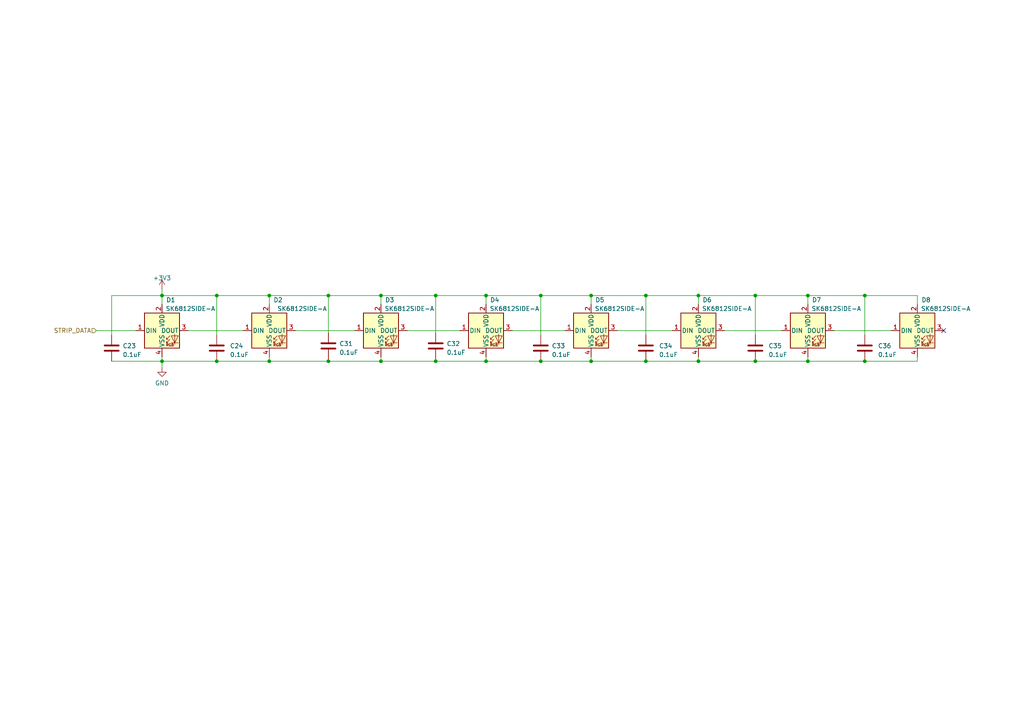
<source format=kicad_sch>
(kicad_sch (version 20230221) (generator eeschema)
  (paper "A4")
  (title_block (title "haptic-knob") (company "wirano"))
  (lib_symbols
    (symbol "Device:C" (pin_numbers hide) (pin_names (offset 0.254))
      (property "Reference" "C" (at 0.635 2.54 0))
      (property "Value" "C" (at 0.635 -2.54 0))
      (symbol "C_0_1"
        (polyline (pts (xy -2.032 -0.762) (xy 2.032 -0.762)) (stroke (width 0.508)))
        (polyline (pts (xy -2.032 0.762) (xy 2.032 0.762)) (stroke (width 0.508)))
      )
      (symbol "C_1_1"
        (pin passive line (at 0 3.81 270) (length 2.794) (name "~") (number "1"))
        (pin passive line (at 0 -3.81 90) (length 2.794) (name "~") (number "2"))
      )
    )
    (symbol "SK6812:SK6812SIDE-A" (pin_names (offset 0.254))
      (property "Reference" "D" (at 5.08 5.715 0))
      (property "Value" "SK6812SIDE-A" (at 1.27 -5.715 0))
      (symbol "SK6812SIDE-A_0_0"
        (text "RGB" (at 2.286 -4.191 0) (effects (font (size 0.762 0.762))))
      )
      (symbol "SK6812SIDE-A_0_1"
        (polyline (pts (xy 1.27 -3.556) (xy 1.778 -3.556)))
        (polyline (pts (xy 1.27 -2.54) (xy 1.778 -2.54)))
        (polyline (pts (xy 4.699 -3.556) (xy 2.667 -3.556)))
        (polyline (pts (xy 2.286 -2.54) (xy 1.27 -3.556) (xy 1.27 -3.048)))
        (polyline (pts (xy 2.286 -1.524) (xy 1.27 -2.54) (xy 1.27 -2.032)))
        (polyline (pts (xy 3.683 -1.016) (xy 3.683 -3.556) (xy 3.683 -4.064)))
        (polyline (pts (xy 4.699 -1.524) (xy 2.667 -1.524) (xy 3.683 -3.556) (xy 4.699 -1.524)))
        (rectangle (start 5.08 5.08) (end -5.08 -5.08) (stroke (width 0.254)) (fill (type background)))
      )
      (symbol "SK6812SIDE-A_1_1"
        (pin input line (at -7.62 0 0) (length 2.54) (name "DIN") (number "1"))
        (pin power_in line (at 0 7.62 270) (length 2.54) (name "VDD") (number "2"))
        (pin output line (at 7.62 0 180) (length 2.54) (name "DOUT") (number "3"))
        (pin power_in line (at 0 -7.62 90) (length 2.54) (name "VSS") (number "4"))
      )
    )
    (symbol "power:+3V3" (power) (pin_names (offset 0))
      (property "Value" "+3V3" (at 0 3.556 0))
      (symbol "+3V3_0_1"
        (polyline (pts (xy -0.762 1.27) (xy 0 2.54)))
        (polyline (pts (xy 0 0) (xy 0 2.54)))
        (polyline (pts (xy 0 2.54) (xy 0.762 1.27)))
      )
      (symbol "+3V3_1_1"
        (pin power_in line (at 0 0 90) (length 0) hide (name "+3V3") (number "1"))
      )
    )
    (symbol "power:GND" (power) (pin_names (offset 0))
      (property "Value" "GND" (at 0 -3.81 0))
      (symbol "GND_0_1"
        (polyline (pts (xy 0 0) (xy 0 -1.27) (xy 1.27 -1.27) (xy 0 -2.54) (xy -1.27 -1.27) (xy 0 -1.27)))
      )
      (symbol "GND_1_1"
        (pin power_in line (at 0 0 270) (length 0) hide (name "GND") (number "1"))
      )
    )
  )
  (junction (at 202.565 85.725))
  (junction (at 219.075 104.775))
  (junction (at 140.97 85.725))
  (junction (at 234.315 85.725))
  (junction (at 46.99 85.725))
  (junction (at 187.325 85.725))
  (junction (at 126.365 104.775))
  (junction (at 126.365 85.725))
  (junction (at 62.865 85.725))
  (junction (at 78.105 85.725))
  (junction (at 187.325 104.775))
  (junction (at 234.315 104.775))
  (junction (at 219.075 85.725))
  (junction (at 140.97 104.775))
  (junction (at 156.845 104.775))
  (junction (at 95.25 104.775))
  (junction (at 156.845 85.725))
  (junction (at 171.45 104.775))
  (junction (at 62.865 104.775))
  (junction (at 202.565 104.775))
  (junction (at 250.825 104.775))
  (junction (at 110.49 85.725))
  (junction (at 46.99 104.775))
  (junction (at 110.49 104.775))
  (junction (at 250.825 85.725))
  (junction (at 78.105 104.775))
  (junction (at 171.45 85.725))
  (junction (at 95.25 85.725))
  (no_connect (at 273.685 95.885))
  (wire (pts (xy 210.185 95.885) (xy 226.695 95.885)))
  (wire (pts (xy 156.845 85.725) (xy 171.45 85.725)))
  (wire (pts (xy 118.11 95.885) (xy 133.35 95.885)))
  (wire (pts (xy 140.97 85.725) (xy 140.97 88.265)))
  (wire (pts (xy 46.99 104.775) (xy 62.865 104.775)))
  (wire (pts (xy 140.97 104.775) (xy 156.845 104.775)))
  (wire (pts (xy 250.825 85.725) (xy 266.065 85.725)))
  (wire (pts (xy 62.865 85.725) (xy 78.105 85.725)))
  (wire (pts (xy 148.59 95.885) (xy 163.83 95.885)))
  (wire (pts (xy 266.065 85.725) (xy 266.065 88.265)))
  (wire (pts (xy 126.365 104.14) (xy 126.365 104.775)))
  (wire (pts (xy 110.49 85.725) (xy 110.49 88.265)))
  (wire (pts (xy 78.105 103.505) (xy 78.105 104.775)))
  (wire (pts (xy 171.45 85.725) (xy 187.325 85.725)))
  (wire (pts (xy 32.385 97.155) (xy 32.385 85.725)))
  (wire (pts (xy 187.325 85.725) (xy 202.565 85.725)))
  (wire (pts (xy 95.25 104.775) (xy 110.49 104.775)))
  (wire (pts (xy 234.315 103.505) (xy 234.315 104.775)))
  (wire (pts (xy 234.315 104.775) (xy 250.825 104.775)))
  (wire (pts (xy 46.99 83.82) (xy 46.99 85.725)))
  (wire (pts (xy 156.845 104.775) (xy 171.45 104.775)))
  (wire (pts (xy 266.065 103.505) (xy 266.065 104.775)))
  (wire (pts (xy 95.25 85.725) (xy 95.25 96.52)))
  (wire (pts (xy 250.825 104.775) (xy 266.065 104.775)))
  (wire (pts (xy 46.99 104.775) (xy 46.99 106.68)))
  (wire (pts (xy 32.385 85.725) (xy 46.99 85.725)))
  (wire (pts (xy 62.865 85.725) (xy 62.865 97.155)))
  (wire (pts (xy 110.49 85.725) (xy 126.365 85.725)))
  (wire (pts (xy 187.325 104.775) (xy 202.565 104.775)))
  (wire (pts (xy 46.99 85.725) (xy 46.99 88.265)))
  (wire (pts (xy 219.075 85.725) (xy 219.075 97.155)))
  (wire (pts (xy 126.365 104.775) (xy 140.97 104.775)))
  (wire (pts (xy 95.25 85.725) (xy 110.49 85.725)))
  (wire (pts (xy 171.45 104.775) (xy 187.325 104.775)))
  (wire (pts (xy 156.845 85.725) (xy 156.845 97.155)))
  (wire (pts (xy 78.105 104.775) (xy 95.25 104.775)))
  (wire (pts (xy 202.565 104.775) (xy 219.075 104.775)))
  (wire (pts (xy 78.105 85.725) (xy 95.25 85.725)))
  (wire (pts (xy 140.97 103.505) (xy 140.97 104.775)))
  (wire (pts (xy 85.725 95.885) (xy 102.87 95.885)))
  (wire (pts (xy 110.49 104.775) (xy 126.365 104.775)))
  (wire (pts (xy 219.075 104.775) (xy 234.315 104.775)))
  (wire (pts (xy 140.97 85.725) (xy 156.845 85.725)))
  (wire (pts (xy 126.365 85.725) (xy 126.365 96.52)))
  (wire (pts (xy 187.325 85.725) (xy 187.325 97.155)))
  (wire (pts (xy 202.565 85.725) (xy 202.565 88.265)))
  (wire (pts (xy 202.565 103.505) (xy 202.565 104.775)))
  (wire (pts (xy 202.565 85.725) (xy 219.075 85.725)))
  (wire (pts (xy 250.825 85.725) (xy 250.825 97.155)))
  (wire (pts (xy 171.45 85.725) (xy 171.45 88.265)))
  (wire (pts (xy 46.99 85.725) (xy 62.865 85.725)))
  (wire (pts (xy 179.07 95.885) (xy 194.945 95.885)))
  (wire (pts (xy 126.365 85.725) (xy 140.97 85.725)))
  (wire (pts (xy 32.385 104.775) (xy 46.99 104.775)))
  (wire (pts (xy 219.075 85.725) (xy 234.315 85.725)))
  (wire (pts (xy 234.315 85.725) (xy 234.315 88.265)))
  (wire (pts (xy 110.49 103.505) (xy 110.49 104.775)))
  (wire (pts (xy 234.315 85.725) (xy 250.825 85.725)))
  (wire (pts (xy 241.935 95.885) (xy 258.445 95.885)))
  (wire (pts (xy 171.45 103.505) (xy 171.45 104.775)))
  (wire (pts (xy 46.99 103.505) (xy 46.99 104.775)))
  (wire (pts (xy 78.105 85.725) (xy 78.105 88.265)))
  (wire (pts (xy 62.865 104.775) (xy 78.105 104.775)))
  (wire (pts (xy 54.61 95.885) (xy 70.485 95.885)))
  (wire (pts (xy 27.94 95.885) (xy 39.37 95.885)))
  (wire (pts (xy 95.25 104.14) (xy 95.25 104.775)))
  (hierarchical_label "STRIP_DATA" (shape input) (at 27.94 95.885 180))
  (symbol (lib_id "Device:C") (at 187.325 100.965 0) (unit 1)
    (property "Reference" "C34" (at 191.135 100.33 0) (effects (justify left)))
    (property "Value" "0.1uF" (at 191.135 102.87 0) (effects (justify left)))
    (property "Footprint" "Capacitor_SMD:C_0402_1005Metric" (effects hide))
  )
  (symbol (lib_id "SK6812:SK6812SIDE-A") (at 202.565 95.885 0) (unit 1)
    (property "Reference" "D6" (at 205.105 86.995 0))
    (property "Value" "SK6812SIDE-A" (at 210.82 89.535 0))
    (property "Footprint" "library:SK6812D-EC3210R" (effects hide))
  )
  (symbol (lib_id "SK6812:SK6812SIDE-A") (at 266.065 95.885 0) (unit 1)
    (property "Reference" "D8" (at 268.605 86.995 0))
    (property "Value" "SK6812SIDE-A" (at 274.32 89.535 0))
    (property "Footprint" "library:SK6812D-EC3210R" (effects hide))
  )
  (symbol (lib_id "Device:C") (at 32.385 100.965 0) (unit 1)
    (property "Reference" "C23" (at 35.56 100.33 0) (effects (justify left)))
    (property "Value" "0.1uF" (at 35.56 102.87 0) (effects (justify left)))
    (property "Footprint" "Capacitor_SMD:C_0402_1005Metric" (effects hide))
  )
  (symbol (lib_id "Device:C") (at 156.845 100.965 0) (unit 1)
    (property "Reference" "C33" (at 160.02 100.33 0) (effects (justify left)))
    (property "Value" "0.1uF" (at 160.02 102.87 0) (effects (justify left)))
    (property "Footprint" "Capacitor_SMD:C_0402_1005Metric" (effects hide))
  )
  (symbol (lib_id "Device:C") (at 219.075 100.965 0) (unit 1)
    (property "Reference" "C35" (at 222.885 100.33 0) (effects (justify left)))
    (property "Value" "0.1uF" (at 222.885 102.87 0) (effects (justify left)))
    (property "Footprint" "Capacitor_SMD:C_0402_1005Metric" (effects hide))
  )
  (symbol (lib_id "SK6812:SK6812SIDE-A") (at 171.45 95.885 0) (unit 1)
    (property "Reference" "D5" (at 173.99 86.995 0))
    (property "Value" "SK6812SIDE-A" (at 179.705 89.535 0))
    (property "Footprint" "library:SK6812D-EC3210R" (effects hide))
  )
  (symbol (lib_id "power:GND") (at 46.99 106.68 0) (unit 1)
    (property "Reference" "#PWR030" (effects hide))
    (property "Value" "GND" (at 46.99 111.125 0))
  )
  (symbol (lib_id "Device:C") (at 250.825 100.965 0) (unit 1)
    (property "Reference" "C36" (at 254.635 100.33 0) (effects (justify left)))
    (property "Value" "0.1uF" (at 254.635 102.87 0) (effects (justify left)))
    (property "Footprint" "Capacitor_SMD:C_0402_1005Metric" (effects hide))
  )
  (symbol (lib_id "SK6812:SK6812SIDE-A") (at 46.99 95.885 0) (unit 1)
    (property "Reference" "D1" (at 49.53 86.995 0))
    (property "Value" "SK6812SIDE-A" (at 55.245 89.535 0))
    (property "Footprint" "library:SK6812D-EC3210R" (effects hide))
  )
  (symbol (lib_id "Device:C") (at 95.25 100.33 0) (unit 1)
    (property "Reference" "C31" (at 98.425 99.695 0) (effects (justify left)))
    (property "Value" "0.1uF" (at 98.425 102.235 0) (effects (justify left)))
    (property "Footprint" "Capacitor_SMD:C_0402_1005Metric" (effects hide))
  )
  (symbol (lib_id "SK6812:SK6812SIDE-A") (at 110.49 95.885 0) (unit 1)
    (property "Reference" "D3" (at 113.03 86.995 0))
    (property "Value" "SK6812SIDE-A" (at 118.745 89.535 0))
    (property "Footprint" "library:SK6812D-EC3210R" (effects hide))
  )
  (symbol (lib_id "SK6812:SK6812SIDE-A") (at 140.97 95.885 0) (unit 1)
    (property "Reference" "D4" (at 143.51 86.995 0))
    (property "Value" "SK6812SIDE-A" (at 149.225 89.535 0))
    (property "Footprint" "library:SK6812D-EC3210R" (effects hide))
  )
  (symbol (lib_id "Device:C") (at 62.865 100.965 0) (unit 1)
    (property "Reference" "C24" (at 66.675 100.33 0) (effects (justify left)))
    (property "Value" "0.1uF" (at 66.675 102.87 0) (effects (justify left)))
    (property "Footprint" "Capacitor_SMD:C_0402_1005Metric" (effects hide))
  )
  (symbol (lib_id "power:+3V3") (at 46.99 83.82 0) (unit 1)
    (property "Reference" "#PWR028" (effects hide))
    (property "Value" "+3V3" (at 46.99 80.645 0))
  )
  (symbol (lib_id "Device:C") (at 126.365 100.33 0) (unit 1)
    (property "Reference" "C32" (at 129.54 99.695 0) (effects (justify left)))
    (property "Value" "0.1uF" (at 129.54 102.235 0) (effects (justify left)))
    (property "Footprint" "Capacitor_SMD:C_0402_1005Metric" (effects hide))
  )
  (symbol (lib_id "SK6812:SK6812SIDE-A") (at 78.105 95.885 0) (unit 1)
    (property "Reference" "D2" (at 80.645 86.995 0))
    (property "Value" "SK6812SIDE-A" (at 87.63 89.535 0))
    (property "Footprint" "library:SK6812D-EC3210R" (effects hide))
  )
  (symbol (lib_id "SK6812:SK6812SIDE-A") (at 234.315 95.885 0) (unit 1)
    (property "Reference" "D7" (at 236.855 86.995 0))
    (property "Value" "SK6812SIDE-A" (at 242.57 89.535 0))
    (property "Footprint" "library:SK6812D-EC3210R" (effects hide))
  )
)
</source>
